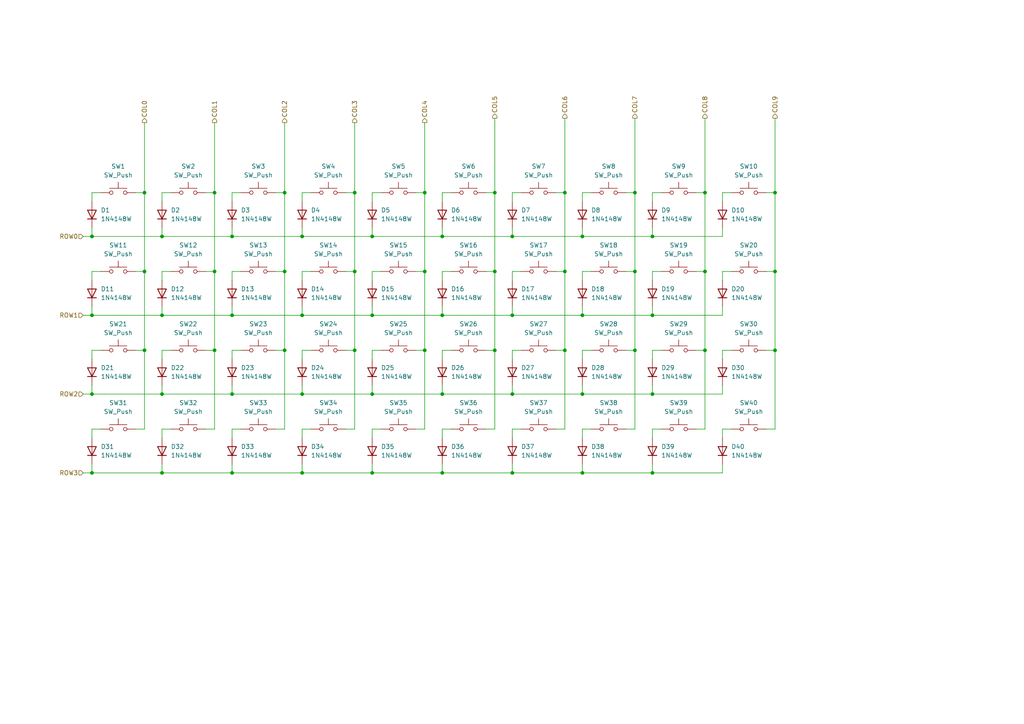
<source format=kicad_sch>
(kicad_sch (version 20250114) (generator "eeschema") (generator_version "9.0")
  (paper "A4")
  (lib_symbols
    (symbol "Diode:1N4148W" (pin_numbers (hide yes)) (pin_names (hide yes))
      (property "Reference" "D" (at 0 2.54 0))
      (property "Value" "1N4148W" (at 0 -2.54 0))
      (symbol "1N4148W_0_1"
        (polyline (pts (xy -1.27 1.27) (xy -1.27 -1.27)) (stroke (width 0.254)))
        (polyline (pts (xy 1.27 1.27) (xy 1.27 -1.27) (xy -1.27 0) (xy 1.27 1.27)) (stroke (width 0.254)))
        (polyline (pts (xy 1.27 0) (xy -1.27 0)))
      )
      (symbol "1N4148W_1_1"
        (pin passive line (at -3.81 0 0) (length 2.54) (name "K") (number "1"))
        (pin passive line (at 3.81 0 180) (length 2.54) (name "A") (number "2"))
      )
    )
    (symbol "Switch:SW_Push" (pin_numbers (hide yes)) (pin_names (offset 1.016) (hide yes))
      (property "Reference" "SW" (at 1.27 2.54 0))
      (property "Value" "SW_Push" (at 0 -1.524 0))
      (symbol "SW_Push_0_1"
        (circle (center -2.032 0) (radius 0.508))
        (polyline (pts (xy 0 1.27) (xy 0 3.048)))
        (circle (center 2.032 0) (radius 0.508))
        (polyline (pts (xy 2.54 1.27) (xy -2.54 1.27)))
        (pin passive line (at -5.08 0 0) (length 2.54) (name "1") (number "1"))
        (pin passive line (at 5.08 0 180) (length 2.54) (name "2") (number "2"))
      )
    )
  )
  (junction (at 189.23 91.44))
  (junction (at 168.91 91.44))
  (junction (at 148.59 137.16))
  (junction (at 163.83 101.6))
  (junction (at 67.31 137.16))
  (junction (at 143.51 101.6))
  (junction (at 168.91 68.58))
  (junction (at 46.99 91.44))
  (junction (at 148.59 68.58))
  (junction (at 148.59 91.44))
  (junction (at 168.91 114.3))
  (junction (at 41.91 55.88))
  (junction (at 62.23 55.88))
  (junction (at 184.15 101.6))
  (junction (at 102.87 101.6))
  (junction (at 128.27 137.16))
  (junction (at 46.99 68.58))
  (junction (at 67.31 91.44))
  (junction (at 87.63 137.16))
  (junction (at 184.15 78.74))
  (junction (at 168.91 137.16))
  (junction (at 204.47 55.88))
  (junction (at 123.19 101.6))
  (junction (at 62.23 101.6))
  (junction (at 143.51 78.74))
  (junction (at 189.23 68.58))
  (junction (at 26.67 137.16))
  (junction (at 82.55 55.88))
  (junction (at 67.31 114.3))
  (junction (at 148.59 114.3))
  (junction (at 46.99 114.3))
  (junction (at 189.23 114.3))
  (junction (at 128.27 68.58))
  (junction (at 189.23 137.16))
  (junction (at 143.51 55.88))
  (junction (at 62.23 78.74))
  (junction (at 107.95 114.3))
  (junction (at 102.87 78.74))
  (junction (at 128.27 91.44))
  (junction (at 123.19 78.74))
  (junction (at 41.91 101.6))
  (junction (at 41.91 78.74))
  (junction (at 87.63 114.3))
  (junction (at 107.95 91.44))
  (junction (at 102.87 55.88))
  (junction (at 163.83 55.88))
  (junction (at 107.95 137.16))
  (junction (at 26.67 114.3))
  (junction (at 82.55 78.74))
  (junction (at 26.67 91.44))
  (junction (at 224.79 101.6))
  (junction (at 26.67 68.58))
  (junction (at 123.19 55.88))
  (junction (at 224.79 78.74))
  (junction (at 224.79 55.88))
  (junction (at 87.63 91.44))
  (junction (at 204.47 78.74))
  (junction (at 87.63 68.58))
  (junction (at 163.83 78.74))
  (junction (at 67.31 68.58))
  (junction (at 82.55 101.6))
  (junction (at 107.95 68.58))
  (junction (at 204.47 101.6))
  (junction (at 46.99 137.16))
  (junction (at 128.27 114.3))
  (junction (at 184.15 55.88))
  (wire (pts (xy 128.27 137.16) (xy 148.59 137.16)))
  (wire (pts (xy 107.95 55.88) (xy 107.95 58.42)))
  (wire (pts (xy 191.77 78.74) (xy 189.23 78.74)))
  (wire (pts (xy 82.55 101.6) (xy 82.55 78.74)))
  (wire (pts (xy 189.23 68.58) (xy 209.55 68.58)))
  (wire (pts (xy 39.37 55.88) (xy 41.91 55.88)))
  (wire (pts (xy 82.55 35.56) (xy 82.55 55.88)))
  (wire (pts (xy 161.29 55.88) (xy 163.83 55.88)))
  (wire (pts (xy 49.53 101.6) (xy 46.99 101.6)))
  (wire (pts (xy 87.63 91.44) (xy 107.95 91.44)))
  (wire (pts (xy 212.09 78.74) (xy 209.55 78.74)))
  (wire (pts (xy 26.67 55.88) (xy 26.67 58.42)))
  (wire (pts (xy 110.49 78.74) (xy 107.95 78.74)))
  (wire (pts (xy 46.99 101.6) (xy 46.99 104.14)))
  (wire (pts (xy 130.81 101.6) (xy 128.27 101.6)))
  (wire (pts (xy 67.31 78.74) (xy 67.31 81.28)))
  (wire (pts (xy 123.19 78.74) (xy 123.19 55.88)))
  (wire (pts (xy 67.31 91.44) (xy 87.63 91.44)))
  (wire (pts (xy 46.99 78.74) (xy 46.99 81.28)))
  (wire (pts (xy 168.91 55.88) (xy 168.91 58.42)))
  (wire (pts (xy 67.31 114.3) (xy 87.63 114.3)))
  (wire (pts (xy 41.91 78.74) (xy 41.91 101.6)))
  (wire (pts (xy 107.95 91.44) (xy 128.27 91.44)))
  (wire (pts (xy 90.17 78.74) (xy 87.63 78.74)))
  (wire (pts (xy 107.95 91.44) (xy 107.95 88.9)))
  (wire (pts (xy 26.67 111.76) (xy 26.67 114.3)))
  (wire (pts (xy 49.53 78.74) (xy 46.99 78.74)))
  (wire (pts (xy 87.63 137.16) (xy 107.95 137.16)))
  (wire (pts (xy 100.33 78.74) (xy 102.87 78.74)))
  (wire (pts (xy 107.95 78.74) (xy 107.95 81.28)))
  (wire (pts (xy 140.97 101.6) (xy 143.51 101.6)))
  (wire (pts (xy 181.61 101.6) (xy 184.15 101.6)))
  (wire (pts (xy 181.61 124.46) (xy 184.15 124.46)))
  (wire (pts (xy 90.17 124.46) (xy 87.63 124.46)))
  (wire (pts (xy 46.99 68.58) (xy 67.31 68.58)))
  (wire (pts (xy 130.81 55.88) (xy 128.27 55.88)))
  (wire (pts (xy 29.21 55.88) (xy 26.67 55.88)))
  (wire (pts (xy 171.45 55.88) (xy 168.91 55.88)))
  (wire (pts (xy 222.25 124.46) (xy 224.79 124.46)))
  (wire (pts (xy 26.67 134.62) (xy 26.67 137.16)))
  (wire (pts (xy 143.51 55.88) (xy 143.51 78.74)))
  (wire (pts (xy 80.01 101.6) (xy 82.55 101.6)))
  (wire (pts (xy 67.31 124.46) (xy 67.31 127)))
  (wire (pts (xy 110.49 55.88) (xy 107.95 55.88)))
  (wire (pts (xy 46.99 91.44) (xy 46.99 88.9)))
  (wire (pts (xy 128.27 124.46) (xy 128.27 127)))
  (wire (pts (xy 148.59 137.16) (xy 148.59 134.62)))
  (wire (pts (xy 26.67 88.9) (xy 26.67 91.44)))
  (wire (pts (xy 87.63 101.6) (xy 87.63 104.14)))
  (wire (pts (xy 87.63 78.74) (xy 87.63 81.28)))
  (wire (pts (xy 102.87 124.46) (xy 102.87 101.6)))
  (wire (pts (xy 102.87 78.74) (xy 102.87 55.88)))
  (wire (pts (xy 189.23 124.46) (xy 189.23 127)))
  (wire (pts (xy 191.77 101.6) (xy 189.23 101.6)))
  (wire (pts (xy 212.09 101.6) (xy 209.55 101.6)))
  (wire (pts (xy 168.91 114.3) (xy 189.23 114.3)))
  (wire (pts (xy 67.31 137.16) (xy 67.31 134.62)))
  (wire (pts (xy 168.91 91.44) (xy 168.91 88.9)))
  (wire (pts (xy 49.53 124.46) (xy 46.99 124.46)))
  (wire (pts (xy 201.93 101.6) (xy 204.47 101.6)))
  (wire (pts (xy 163.83 124.46) (xy 163.83 101.6)))
  (wire (pts (xy 209.55 124.46) (xy 209.55 127)))
  (wire (pts (xy 168.91 91.44) (xy 189.23 91.44)))
  (wire (pts (xy 87.63 114.3) (xy 107.95 114.3)))
  (wire (pts (xy 201.93 124.46) (xy 204.47 124.46)))
  (wire (pts (xy 143.51 124.46) (xy 143.51 101.6)))
  (wire (pts (xy 39.37 78.74) (xy 41.91 78.74)))
  (wire (pts (xy 46.99 114.3) (xy 46.99 111.76)))
  (wire (pts (xy 184.15 124.46) (xy 184.15 101.6)))
  (wire (pts (xy 189.23 91.44) (xy 189.23 88.9)))
  (wire (pts (xy 41.91 35.56) (xy 41.91 55.88)))
  (wire (pts (xy 46.99 137.16) (xy 46.99 134.62)))
  (wire (pts (xy 209.55 101.6) (xy 209.55 104.14)))
  (wire (pts (xy 46.99 114.3) (xy 67.31 114.3)))
  (wire (pts (xy 100.33 124.46) (xy 102.87 124.46)))
  (wire (pts (xy 120.65 124.46) (xy 123.19 124.46)))
  (wire (pts (xy 82.55 124.46) (xy 82.55 101.6)))
  (wire (pts (xy 189.23 55.88) (xy 189.23 58.42)))
  (wire (pts (xy 82.55 55.88) (xy 80.01 55.88)))
  (wire (pts (xy 120.65 78.74) (xy 123.19 78.74)))
  (wire (pts (xy 46.99 124.46) (xy 46.99 127)))
  (wire (pts (xy 128.27 91.44) (xy 148.59 91.44)))
  (wire (pts (xy 184.15 101.6) (xy 184.15 78.74)))
  (wire (pts (xy 189.23 91.44) (xy 209.55 91.44)))
  (wire (pts (xy 24.13 91.44) (xy 26.67 91.44)))
  (wire (pts (xy 168.91 124.46) (xy 168.91 127)))
  (wire (pts (xy 100.33 55.88) (xy 102.87 55.88)))
  (wire (pts (xy 46.99 137.16) (xy 67.31 137.16)))
  (wire (pts (xy 24.13 114.3) (xy 26.67 114.3)))
  (wire (pts (xy 148.59 101.6) (xy 148.59 104.14)))
  (wire (pts (xy 171.45 78.74) (xy 168.91 78.74)))
  (wire (pts (xy 168.91 78.74) (xy 168.91 81.28)))
  (wire (pts (xy 209.55 68.58) (xy 209.55 66.04)))
  (wire (pts (xy 128.27 101.6) (xy 128.27 104.14)))
  (wire (pts (xy 148.59 78.74) (xy 148.59 81.28)))
  (wire (pts (xy 87.63 91.44) (xy 87.63 88.9)))
  (wire (pts (xy 107.95 137.16) (xy 128.27 137.16)))
  (wire (pts (xy 29.21 78.74) (xy 26.67 78.74)))
  (wire (pts (xy 204.47 101.6) (xy 204.47 78.74)))
  (wire (pts (xy 140.97 78.74) (xy 143.51 78.74)))
  (wire (pts (xy 222.25 78.74) (xy 224.79 78.74)))
  (wire (pts (xy 204.47 78.74) (xy 204.47 55.88)))
  (wire (pts (xy 128.27 137.16) (xy 128.27 134.62)))
  (wire (pts (xy 107.95 101.6) (xy 107.95 104.14)))
  (wire (pts (xy 67.31 91.44) (xy 67.31 88.9)))
  (wire (pts (xy 201.93 78.74) (xy 204.47 78.74)))
  (wire (pts (xy 201.93 55.88) (xy 204.47 55.88)))
  (wire (pts (xy 204.47 34.29) (xy 204.47 55.88)))
  (wire (pts (xy 143.51 101.6) (xy 143.51 78.74)))
  (wire (pts (xy 41.91 55.88) (xy 41.91 78.74)))
  (wire (pts (xy 181.61 78.74) (xy 184.15 78.74)))
  (wire (pts (xy 26.67 124.46) (xy 26.67 127)))
  (wire (pts (xy 151.13 124.46) (xy 148.59 124.46)))
  (wire (pts (xy 87.63 114.3) (xy 87.63 111.76)))
  (wire (pts (xy 168.91 137.16) (xy 168.91 134.62)))
  (wire (pts (xy 102.87 35.56) (xy 102.87 55.88)))
  (wire (pts (xy 222.25 55.88) (xy 224.79 55.88)))
  (wire (pts (xy 189.23 114.3) (xy 189.23 111.76)))
  (wire (pts (xy 189.23 101.6) (xy 189.23 104.14)))
  (wire (pts (xy 110.49 124.46) (xy 107.95 124.46)))
  (wire (pts (xy 80.01 124.46) (xy 82.55 124.46)))
  (wire (pts (xy 24.13 137.16) (xy 26.67 137.16)))
  (wire (pts (xy 184.15 34.29) (xy 184.15 55.88)))
  (wire (pts (xy 163.83 78.74) (xy 163.83 55.88)))
  (wire (pts (xy 26.67 91.44) (xy 46.99 91.44)))
  (wire (pts (xy 189.23 137.16) (xy 189.23 134.62)))
  (wire (pts (xy 49.53 55.88) (xy 46.99 55.88)))
  (wire (pts (xy 69.85 55.88) (xy 67.31 55.88)))
  (wire (pts (xy 46.99 55.88) (xy 46.99 58.42)))
  (wire (pts (xy 29.21 101.6) (xy 26.67 101.6)))
  (wire (pts (xy 26.67 137.16) (xy 46.99 137.16)))
  (wire (pts (xy 191.77 55.88) (xy 189.23 55.88)))
  (wire (pts (xy 67.31 68.58) (xy 87.63 68.58)))
  (wire (pts (xy 161.29 78.74) (xy 163.83 78.74)))
  (wire (pts (xy 26.67 78.74) (xy 26.67 81.28)))
  (wire (pts (xy 26.67 66.04) (xy 26.67 68.58)))
  (wire (pts (xy 130.81 124.46) (xy 128.27 124.46)))
  (wire (pts (xy 168.91 114.3) (xy 168.91 111.76)))
  (wire (pts (xy 189.23 137.16) (xy 209.55 137.16)))
  (wire (pts (xy 123.19 35.56) (xy 123.19 55.88)))
  (wire (pts (xy 191.77 124.46) (xy 189.23 124.46)))
  (wire (pts (xy 62.23 35.56) (xy 62.23 55.88)))
  (wire (pts (xy 224.79 124.46) (xy 224.79 101.6)))
  (wire (pts (xy 163.83 34.29) (xy 163.83 55.88)))
  (wire (pts (xy 148.59 114.3) (xy 168.91 114.3)))
  (wire (pts (xy 130.81 78.74) (xy 128.27 78.74)))
  (wire (pts (xy 26.67 68.58) (xy 46.99 68.58)))
  (wire (pts (xy 59.69 124.46) (xy 62.23 124.46)))
  (wire (pts (xy 41.91 124.46) (xy 39.37 124.46)))
  (wire (pts (xy 224.79 78.74) (xy 224.79 55.88)))
  (wire (pts (xy 204.47 124.46) (xy 204.47 101.6)))
  (wire (pts (xy 140.97 55.88) (xy 143.51 55.88)))
  (wire (pts (xy 148.59 68.58) (xy 168.91 68.58)))
  (wire (pts (xy 107.95 137.16) (xy 107.95 134.62)))
  (wire (pts (xy 29.21 124.46) (xy 26.67 124.46)))
  (wire (pts (xy 151.13 55.88) (xy 148.59 55.88)))
  (wire (pts (xy 69.85 78.74) (xy 67.31 78.74)))
  (wire (pts (xy 128.27 55.88) (xy 128.27 58.42)))
  (wire (pts (xy 41.91 101.6) (xy 41.91 124.46)))
  (wire (pts (xy 46.99 91.44) (xy 67.31 91.44)))
  (wire (pts (xy 39.37 101.6) (xy 41.91 101.6)))
  (wire (pts (xy 128.27 68.58) (xy 128.27 66.04)))
  (wire (pts (xy 67.31 55.88) (xy 67.31 58.42)))
  (wire (pts (xy 189.23 68.58) (xy 189.23 66.04)))
  (wire (pts (xy 69.85 124.46) (xy 67.31 124.46)))
  (wire (pts (xy 24.13 68.58) (xy 26.67 68.58)))
  (wire (pts (xy 87.63 55.88) (xy 87.63 58.42)))
  (wire (pts (xy 212.09 124.46) (xy 209.55 124.46)))
  (wire (pts (xy 163.83 101.6) (xy 163.83 78.74)))
  (wire (pts (xy 181.61 55.88) (xy 184.15 55.88)))
  (wire (pts (xy 80.01 78.74) (xy 82.55 78.74)))
  (wire (pts (xy 171.45 101.6) (xy 168.91 101.6)))
  (wire (pts (xy 184.15 78.74) (xy 184.15 55.88)))
  (wire (pts (xy 59.69 78.74) (xy 62.23 78.74)))
  (wire (pts (xy 62.23 101.6) (xy 62.23 124.46)))
  (wire (pts (xy 90.17 101.6) (xy 87.63 101.6)))
  (wire (pts (xy 140.97 124.46) (xy 143.51 124.46)))
  (wire (pts (xy 224.79 34.29) (xy 224.79 55.88)))
  (wire (pts (xy 212.09 55.88) (xy 209.55 55.88)))
  (wire (pts (xy 100.33 101.6) (xy 102.87 101.6)))
  (wire (pts (xy 209.55 55.88) (xy 209.55 58.42)))
  (wire (pts (xy 168.91 137.16) (xy 189.23 137.16)))
  (wire (pts (xy 62.23 78.74) (xy 62.23 101.6)))
  (wire (pts (xy 120.65 101.6) (xy 123.19 101.6)))
  (wire (pts (xy 59.69 101.6) (xy 62.23 101.6)))
  (wire (pts (xy 128.27 68.58) (xy 148.59 68.58)))
  (wire (pts (xy 128.27 78.74) (xy 128.27 81.28)))
  (wire (pts (xy 87.63 68.58) (xy 87.63 66.04)))
  (wire (pts (xy 148.59 137.16) (xy 168.91 137.16)))
  (wire (pts (xy 209.55 91.44) (xy 209.55 88.9)))
  (wire (pts (xy 67.31 68.58) (xy 67.31 66.04)))
  (wire (pts (xy 148.59 91.44) (xy 148.59 88.9)))
  (wire (pts (xy 120.65 55.88) (xy 123.19 55.88)))
  (wire (pts (xy 67.31 101.6) (xy 67.31 104.14)))
  (wire (pts (xy 161.29 101.6) (xy 163.83 101.6)))
  (wire (pts (xy 110.49 101.6) (xy 107.95 101.6)))
  (wire (pts (xy 26.67 101.6) (xy 26.67 104.14)))
  (wire (pts (xy 143.51 34.29) (xy 143.51 55.88)))
  (wire (pts (xy 82.55 78.74) (xy 82.55 55.88)))
  (wire (pts (xy 128.27 114.3) (xy 148.59 114.3)))
  (wire (pts (xy 123.19 101.6) (xy 123.19 78.74)))
  (wire (pts (xy 168.91 68.58) (xy 189.23 68.58)))
  (wire (pts (xy 62.23 55.88) (xy 62.23 78.74)))
  (wire (pts (xy 209.55 114.3) (xy 209.55 111.76)))
  (wire (pts (xy 209.55 137.16) (xy 209.55 134.62)))
  (wire (pts (xy 107.95 68.58) (xy 107.95 66.04)))
  (wire (pts (xy 209.55 78.74) (xy 209.55 81.28)))
  (wire (pts (xy 128.27 114.3) (xy 128.27 111.76)))
  (wire (pts (xy 189.23 78.74) (xy 189.23 81.28)))
  (wire (pts (xy 148.59 91.44) (xy 168.91 91.44)))
  (wire (pts (xy 168.91 68.58) (xy 168.91 66.04)))
  (wire (pts (xy 148.59 114.3) (xy 148.59 111.76)))
  (wire (pts (xy 107.95 68.58) (xy 128.27 68.58)))
  (wire (pts (xy 107.95 114.3) (xy 128.27 114.3)))
  (wire (pts (xy 128.27 91.44) (xy 128.27 88.9)))
  (wire (pts (xy 90.17 55.88) (xy 87.63 55.88)))
  (wire (pts (xy 148.59 124.46) (xy 148.59 127)))
  (wire (pts (xy 46.99 68.58) (xy 46.99 66.04)))
  (wire (pts (xy 151.13 78.74) (xy 148.59 78.74)))
  (wire (pts (xy 67.31 114.3) (xy 67.31 111.76)))
  (wire (pts (xy 87.63 68.58) (xy 107.95 68.58)))
  (wire (pts (xy 26.67 114.3) (xy 46.99 114.3)))
  (wire (pts (xy 171.45 124.46) (xy 168.91 124.46)))
  (wire (pts (xy 168.91 101.6) (xy 168.91 104.14)))
  (wire (pts (xy 87.63 124.46) (xy 87.63 127)))
  (wire (pts (xy 123.19 101.6) (xy 123.19 124.46)))
  (wire (pts (xy 224.79 78.74) (xy 224.79 101.6)))
  (wire (pts (xy 148.59 55.88) (xy 148.59 58.42)))
  (wire (pts (xy 87.63 137.16) (xy 87.63 134.62)))
  (wire (pts (xy 59.69 55.88) (xy 62.23 55.88)))
  (wire (pts (xy 107.95 124.46) (xy 107.95 127)))
  (wire (pts (xy 69.85 101.6) (xy 67.31 101.6)))
  (wire (pts (xy 107.95 114.3) (xy 107.95 111.76)))
  (wire (pts (xy 151.13 101.6) (xy 148.59 101.6)))
  (wire (pts (xy 222.25 101.6) (xy 224.79 101.6)))
  (wire (pts (xy 161.29 124.46) (xy 163.83 124.46)))
  (wire (pts (xy 148.59 68.58) (xy 148.59 66.04)))
  (wire (pts (xy 189.23 114.3) (xy 209.55 114.3)))
  (wire (pts (xy 67.31 137.16) (xy 87.63 137.16)))
  (wire (pts (xy 102.87 101.6) (xy 102.87 78.74)))
  (hierarchical_label "COL9" (shape output) (at 224.79 34.29 90))
  (hierarchical_label "ROW3" (shape input) (at 24.13 137.16 180))
  (hierarchical_label "ROW2" (shape input) (at 24.13 114.3 180))
  (hierarchical_label "COL4" (shape output) (at 123.19 35.56 90))
  (hierarchical_label "COL2" (shape output) (at 82.55 35.56 90))
  (hierarchical_label "COL7" (shape output) (at 184.15 34.29 90))
  (hierarchical_label "COL1" (shape output) (at 62.23 35.56 90))
  (hierarchical_label "ROW0" (shape input) (at 24.13 68.58 180))
  (hierarchical_label "COL8" (shape output) (at 204.47 34.29 90))
  (hierarchical_label "COL6" (shape output) (at 163.83 34.29 90))
  (hierarchical_label "COL5" (shape output) (at 143.51 34.29 90))
  (hierarchical_label "COL3" (shape output) (at 102.87 35.56 90))
  (hierarchical_label "COL0" (shape output) (at 41.91 35.56 90))
  (hierarchical_label "ROW1" (shape input) (at 24.13 91.44 180))
  (symbol (lib_id "Switch:SW_Push") (at 34.29 101.6 0) (unit 1)
    (property "Reference" "SW21" (at 34.29 93.98 0))
    (property "Value" "SW_Push" (at 34.29 96.52 0))
    (property "Footprint" "my_keyswitch:SW_Hotswap_Kailh_Choc_V1V2_no_mp" (effects (hide yes)))
  )
  (symbol (lib_id "Switch:SW_Push") (at 95.25 55.88 0) (unit 1)
    (property "Reference" "SW4" (at 95.25 48.26 0))
    (property "Value" "SW_Push" (at 95.25 50.8 0))
    (property "Footprint" "my_keyswitch:SW_Hotswap_Kailh_Choc_V1V2_no_mp" (effects (hide yes)))
  )
  (symbol (lib_id "Diode:1N4148W") (at 67.31 107.95 90) (unit 1)
    (property "Reference" "D23" (at 69.85 106.68 90) (effects (justify right)))
    (property "Value" "1N4148W" (at 69.85 109.22 90) (effects (justify right)))
    (property "Footprint" "Diode_SMD:D_SOD-123" (effects (hide yes)))
    (property "Datasheet" "https://www.vishay.com/docs/85748/1n4148w.pdf" (effects (hide yes)))
    (property "Sim.Device" "D" (effects (hide yes)))
    (property "Sim.Pins" "1=K 2=A" (effects (hide yes)))
  )
  (symbol (lib_id "Switch:SW_Push") (at 176.53 124.46 0) (unit 1)
    (property "Reference" "SW38" (at 176.53 116.84 0))
    (property "Value" "SW_Push" (at 176.53 119.38 0))
    (property "Footprint" "my_keyswitch:SW_Hotswap_Kailh_Choc_V1V2_no_mp" (effects (hide yes)))
  )
  (symbol (lib_id "Switch:SW_Push") (at 54.61 124.46 0) (unit 1)
    (property "Reference" "SW32" (at 54.61 116.84 0))
    (property "Value" "SW_Push" (at 54.61 119.38 0))
    (property "Footprint" "my_keyswitch:SW_Hotswap_Kailh_Choc_V1V2_no_mp" (effects (hide yes)))
  )
  (symbol (lib_id "Switch:SW_Push") (at 176.53 101.6 0) (unit 1)
    (property "Reference" "SW28" (at 176.53 93.98 0))
    (property "Value" "SW_Push" (at 176.53 96.52 0))
    (property "Footprint" "my_keyswitch:SW_Hotswap_Kailh_Choc_V1V2_no_mp" (effects (hide yes)))
  )
  (symbol (lib_id "Switch:SW_Push") (at 156.21 101.6 0) (unit 1)
    (property "Reference" "SW27" (at 156.21 93.98 0))
    (property "Value" "SW_Push" (at 156.21 96.52 0))
    (property "Footprint" "my_keyswitch:SW_Hotswap_Kailh_Choc_V1V2_no_mp" (effects (hide yes)))
  )
  (symbol (lib_id "Switch:SW_Push") (at 176.53 78.74 0) (unit 1)
    (property "Reference" "SW18" (at 176.53 71.12 0))
    (property "Value" "SW_Push" (at 176.53 73.66 0))
    (property "Footprint" "my_keyswitch:SW_Hotswap_Kailh_Choc_V1V2_no_mp" (effects (hide yes)))
  )
  (symbol (lib_id "Diode:1N4148W") (at 46.99 85.09 90) (unit 1)
    (property "Reference" "D12" (at 49.53 83.82 90) (effects (justify right)))
    (property "Value" "1N4148W" (at 49.53 86.36 90) (effects (justify right)))
    (property "Footprint" "Diode_SMD:D_SOD-123" (effects (hide yes)))
    (property "Datasheet" "https://www.vishay.com/docs/85748/1n4148w.pdf" (effects (hide yes)))
    (property "Sim.Device" "D" (effects (hide yes)))
    (property "Sim.Pins" "1=K 2=A" (effects (hide yes)))
  )
  (symbol (lib_id "Switch:SW_Push") (at 74.93 55.88 0) (unit 1)
    (property "Reference" "SW3" (at 74.93 48.26 0))
    (property "Value" "SW_Push" (at 74.93 50.8 0))
    (property "Footprint" "my_keyswitch:SW_Hotswap_Kailh_Choc_V1V2_no_mp" (effects (hide yes)))
  )
  (symbol (lib_id "Diode:1N4148W") (at 189.23 62.23 90) (unit 1)
    (property "Reference" "D9" (at 191.77 60.96 90) (effects (justify right)))
    (property "Value" "1N4148W" (at 191.77 63.5 90) (effects (justify right)))
    (property "Footprint" "Diode_SMD:D_SOD-123" (effects (hide yes)))
    (property "Datasheet" "https://www.vishay.com/docs/85748/1n4148w.pdf" (effects (hide yes)))
    (property "Sim.Device" "D" (effects (hide yes)))
    (property "Sim.Pins" "1=K 2=A" (effects (hide yes)))
  )
  (symbol (lib_id "Diode:1N4148W") (at 87.63 85.09 90) (unit 1)
    (property "Reference" "D14" (at 90.17 83.82 90) (effects (justify right)))
    (property "Value" "1N4148W" (at 90.17 86.36 90) (effects (justify right)))
    (property "Footprint" "Diode_SMD:D_SOD-123" (effects (hide yes)))
    (property "Datasheet" "https://www.vishay.com/docs/85748/1n4148w.pdf" (effects (hide yes)))
    (property "Sim.Device" "D" (effects (hide yes)))
    (property "Sim.Pins" "1=K 2=A" (effects (hide yes)))
  )
  (symbol (lib_id "Switch:SW_Push") (at 156.21 124.46 0) (unit 1)
    (property "Reference" "SW37" (at 156.21 116.84 0))
    (property "Value" "SW_Push" (at 156.21 119.38 0))
    (property "Footprint" "my_keyswitch:SW_Hotswap_Kailh_Choc_V1V2_no_mp" (effects (hide yes)))
  )
  (symbol (lib_id "Diode:1N4148W") (at 168.91 107.95 90) (unit 1)
    (property "Reference" "D28" (at 171.45 106.68 90) (effects (justify right)))
    (property "Value" "1N4148W" (at 171.45 109.22 90) (effects (justify right)))
    (property "Footprint" "Diode_SMD:D_SOD-123" (effects (hide yes)))
    (property "Datasheet" "https://www.vishay.com/docs/85748/1n4148w.pdf" (effects (hide yes)))
    (property "Sim.Device" "D" (effects (hide yes)))
    (property "Sim.Pins" "1=K 2=A" (effects (hide yes)))
  )
  (symbol (lib_id "Switch:SW_Push") (at 74.93 124.46 0) (unit 1)
    (property "Reference" "SW33" (at 74.93 116.84 0))
    (property "Value" "SW_Push" (at 74.93 119.38 0))
    (property "Footprint" "my_keyswitch:SW_Hotswap_Kailh_Choc_V1V2_no_mp" (effects (hide yes)))
  )
  (symbol (lib_id "Diode:1N4148W") (at 128.27 85.09 90) (unit 1)
    (property "Reference" "D16" (at 130.81 83.82 90) (effects (justify right)))
    (property "Value" "1N4148W" (at 130.81 86.36 90) (effects (justify right)))
    (property "Footprint" "Diode_SMD:D_SOD-123" (effects (hide yes)))
    (property "Datasheet" "https://www.vishay.com/docs/85748/1n4148w.pdf" (effects (hide yes)))
    (property "Sim.Device" "D" (effects (hide yes)))
    (property "Sim.Pins" "1=K 2=A" (effects (hide yes)))
  )
  (symbol (lib_id "Switch:SW_Push") (at 34.29 124.46 0) (unit 1)
    (property "Reference" "SW31" (at 34.29 116.84 0))
    (property "Value" "SW_Push" (at 34.29 119.38 0))
    (property "Footprint" "my_keyswitch:SW_Hotswap_Kailh_Choc_V1V2_no_mp" (effects (hide yes)))
  )
  (symbol (lib_id "Diode:1N4148W") (at 26.67 107.95 90) (unit 1)
    (property "Reference" "D21" (at 29.21 106.68 90) (effects (justify right)))
    (property "Value" "1N4148W" (at 29.21 109.22 90) (effects (justify right)))
    (property "Footprint" "Diode_SMD:D_SOD-123" (effects (hide yes)))
    (property "Datasheet" "https://www.vishay.com/docs/85748/1n4148w.pdf" (effects (hide yes)))
    (property "Sim.Device" "D" (effects (hide yes)))
    (property "Sim.Pins" "1=K 2=A" (effects (hide yes)))
  )
  (symbol (lib_id "Switch:SW_Push") (at 54.61 101.6 0) (unit 1)
    (property "Reference" "SW22" (at 54.61 93.98 0))
    (property "Value" "SW_Push" (at 54.61 96.52 0))
    (property "Footprint" "my_keyswitch:SW_Hotswap_Kailh_Choc_V1V2_no_mp" (effects (hide yes)))
  )
  (symbol (lib_id "Switch:SW_Push") (at 95.25 124.46 0) (unit 1)
    (property "Reference" "SW34" (at 95.25 116.84 0))
    (property "Value" "SW_Push" (at 95.25 119.38 0))
    (property "Footprint" "my_keyswitch:SW_Hotswap_Kailh_Choc_V1V2_no_mp" (effects (hide yes)))
  )
  (symbol (lib_id "Switch:SW_Push") (at 156.21 55.88 0) (unit 1)
    (property "Reference" "SW7" (at 156.21 48.26 0))
    (property "Value" "SW_Push" (at 156.21 50.8 0))
    (property "Footprint" "my_keyswitch:SW_Hotswap_Kailh_Choc_V1V2_no_mp" (effects (hide yes)))
  )
  (symbol (lib_id "Switch:SW_Push") (at 54.61 55.88 0) (unit 1)
    (property "Reference" "SW2" (at 54.61 48.26 0))
    (property "Value" "SW_Push" (at 54.61 50.8 0))
    (property "Footprint" "my_keyswitch:SW_Hotswap_Kailh_Choc_V1V2_no_mp" (effects (hide yes)))
  )
  (symbol (lib_id "Diode:1N4148W") (at 148.59 62.23 90) (unit 1)
    (property "Reference" "D7" (at 151.13 60.96 90) (effects (justify right)))
    (property "Value" "1N4148W" (at 151.13 63.5 90) (effects (justify right)))
    (property "Footprint" "Diode_SMD:D_SOD-123" (effects (hide yes)))
    (property "Datasheet" "https://www.vishay.com/docs/85748/1n4148w.pdf" (effects (hide yes)))
    (property "Sim.Device" "D" (effects (hide yes)))
    (property "Sim.Pins" "1=K 2=A" (effects (hide yes)))
  )
  (symbol (lib_id "Diode:1N4148W") (at 107.95 62.23 90) (unit 1)
    (property "Reference" "D5" (at 110.49 60.96 90) (effects (justify right)))
    (property "Value" "1N4148W" (at 110.49 63.5 90) (effects (justify right)))
    (property "Footprint" "Diode_SMD:D_SOD-123" (effects (hide yes)))
    (property "Datasheet" "https://www.vishay.com/docs/85748/1n4148w.pdf" (effects (hide yes)))
    (property "Sim.Device" "D" (effects (hide yes)))
    (property "Sim.Pins" "1=K 2=A" (effects (hide yes)))
  )
  (symbol (lib_id "Switch:SW_Push") (at 74.93 78.74 0) (unit 1)
    (property "Reference" "SW13" (at 74.93 71.12 0))
    (property "Value" "SW_Push" (at 74.93 73.66 0))
    (property "Footprint" "my_keyswitch:SW_Hotswap_Kailh_Choc_V1V2_no_mp" (effects (hide yes)))
  )
  (symbol (lib_id "Switch:SW_Push") (at 115.57 55.88 0) (unit 1)
    (property "Reference" "SW5" (at 115.57 48.26 0))
    (property "Value" "SW_Push" (at 115.57 50.8 0))
    (property "Footprint" "my_keyswitch:SW_Hotswap_Kailh_Choc_V1V2_no_mp" (effects (hide yes)))
  )
  (symbol (lib_id "Diode:1N4148W") (at 107.95 85.09 90) (unit 1)
    (property "Reference" "D15" (at 110.49 83.82 90) (effects (justify right)))
    (property "Value" "1N4148W" (at 110.49 86.36 90) (effects (justify right)))
    (property "Footprint" "Diode_SMD:D_SOD-123" (effects (hide yes)))
    (property "Datasheet" "https://www.vishay.com/docs/85748/1n4148w.pdf" (effects (hide yes)))
    (property "Sim.Device" "D" (effects (hide yes)))
    (property "Sim.Pins" "1=K 2=A" (effects (hide yes)))
  )
  (symbol (lib_id "Diode:1N4148W") (at 148.59 107.95 90) (unit 1)
    (property "Reference" "D27" (at 151.13 106.68 90) (effects (justify right)))
    (property "Value" "1N4148W" (at 151.13 109.22 90) (effects (justify right)))
    (property "Footprint" "Diode_SMD:D_SOD-123" (effects (hide yes)))
    (property "Datasheet" "https://www.vishay.com/docs/85748/1n4148w.pdf" (effects (hide yes)))
    (property "Sim.Device" "D" (effects (hide yes)))
    (property "Sim.Pins" "1=K 2=A" (effects (hide yes)))
  )
  (symbol (lib_id "Switch:SW_Push") (at 156.21 78.74 0) (unit 1)
    (property "Reference" "SW17" (at 156.21 71.12 0))
    (property "Value" "SW_Push" (at 156.21 73.66 0))
    (property "Footprint" "my_keyswitch:SW_Hotswap_Kailh_Choc_V1V2_no_mp" (effects (hide yes)))
  )
  (symbol (lib_id "Diode:1N4148W") (at 189.23 107.95 90) (unit 1)
    (property "Reference" "D29" (at 191.77 106.68 90) (effects (justify right)))
    (property "Value" "1N4148W" (at 191.77 109.22 90) (effects (justify right)))
    (property "Footprint" "Diode_SMD:D_SOD-123" (effects (hide yes)))
    (property "Datasheet" "https://www.vishay.com/docs/85748/1n4148w.pdf" (effects (hide yes)))
    (property "Sim.Device" "D" (effects (hide yes)))
    (property "Sim.Pins" "1=K 2=A" (effects (hide yes)))
  )
  (symbol (lib_id "Switch:SW_Push") (at 217.17 124.46 0) (unit 1)
    (property "Reference" "SW40" (at 217.17 116.84 0))
    (property "Value" "SW_Push" (at 217.17 119.38 0))
    (property "Footprint" "my_keyswitch:SW_Hotswap_Kailh_Choc_V1V2_no_mp" (effects (hide yes)))
  )
  (symbol (lib_id "Switch:SW_Push") (at 217.17 55.88 0) (unit 1)
    (property "Reference" "SW10" (at 217.17 48.26 0))
    (property "Value" "SW_Push" (at 217.17 50.8 0))
    (property "Footprint" "my_keyswitch:SW_Hotswap_Kailh_Choc_V1V2_no_mp" (effects (hide yes)))
  )
  (symbol (lib_id "Diode:1N4148W") (at 168.91 62.23 90) (unit 1)
    (property "Reference" "D8" (at 171.45 60.96 90) (effects (justify right)))
    (property "Value" "1N4148W" (at 171.45 63.5 90) (effects (justify right)))
    (property "Footprint" "Diode_SMD:D_SOD-123" (effects (hide yes)))
    (property "Datasheet" "https://www.vishay.com/docs/85748/1n4148w.pdf" (effects (hide yes)))
    (property "Sim.Device" "D" (effects (hide yes)))
    (property "Sim.Pins" "1=K 2=A" (effects (hide yes)))
  )
  (symbol (lib_id "Diode:1N4148W") (at 26.67 85.09 90) (unit 1)
    (property "Reference" "D11" (at 29.21 83.82 90) (effects (justify right)))
    (property "Value" "1N4148W" (at 29.21 86.36 90) (effects (justify right)))
    (property "Footprint" "Diode_SMD:D_SOD-123" (effects (hide yes)))
    (property "Datasheet" "https://www.vishay.com/docs/85748/1n4148w.pdf" (effects (hide yes)))
    (property "Sim.Device" "D" (effects (hide yes)))
    (property "Sim.Pins" "1=K 2=A" (effects (hide yes)))
  )
  (symbol (lib_id "Diode:1N4148W") (at 67.31 62.23 90) (unit 1)
    (property "Reference" "D3" (at 69.85 60.96 90) (effects (justify right)))
    (property "Value" "1N4148W" (at 69.85 63.5 90) (effects (justify right)))
    (property "Footprint" "Diode_SMD:D_SOD-123" (effects (hide yes)))
    (property "Datasheet" "https://www.vishay.com/docs/85748/1n4148w.pdf" (effects (hide yes)))
    (property "Sim.Device" "D" (effects (hide yes)))
    (property "Sim.Pins" "1=K 2=A" (effects (hide yes)))
  )
  (symbol (lib_id "Switch:SW_Push") (at 196.85 55.88 0) (unit 1)
    (property "Reference" "SW9" (at 196.85 48.26 0))
    (property "Value" "SW_Push" (at 196.85 50.8 0))
    (property "Footprint" "my_keyswitch:SW_Hotswap_Kailh_Choc_V1V2_no_mp" (effects (hide yes)))
  )
  (symbol (lib_id "Switch:SW_Push") (at 135.89 124.46 0) (unit 1)
    (property "Reference" "SW36" (at 135.89 116.84 0))
    (property "Value" "SW_Push" (at 135.89 119.38 0))
    (property "Footprint" "my_keyswitch:SW_Hotswap_Kailh_Choc_V1V2_no_mp" (effects (hide yes)))
  )
  (symbol (lib_id "Switch:SW_Push") (at 176.53 55.88 0) (unit 1)
    (property "Reference" "SW8" (at 176.53 48.26 0))
    (property "Value" "SW_Push" (at 176.53 50.8 0))
    (property "Footprint" "my_keyswitch:SW_Hotswap_Kailh_Choc_V1V2_no_mp" (effects (hide yes)))
  )
  (symbol (lib_id "Diode:1N4148W") (at 46.99 130.81 90) (unit 1)
    (property "Reference" "D32" (at 49.53 129.54 90) (effects (justify right)))
    (property "Value" "1N4148W" (at 49.53 132.08 90) (effects (justify right)))
    (property "Footprint" "Diode_SMD:D_SOD-123" (effects (hide yes)))
    (property "Datasheet" "https://www.vishay.com/docs/85748/1n4148w.pdf" (effects (hide yes)))
    (property "Sim.Device" "D" (effects (hide yes)))
    (property "Sim.Pins" "1=K 2=A" (effects (hide yes)))
  )
  (symbol (lib_id "Diode:1N4148W") (at 128.27 130.81 90) (unit 1)
    (property "Reference" "D36" (at 130.81 129.54 90) (effects (justify right)))
    (property "Value" "1N4148W" (at 130.81 132.08 90) (effects (justify right)))
    (property "Footprint" "Diode_SMD:D_SOD-123" (effects (hide yes)))
    (property "Datasheet" "https://www.vishay.com/docs/85748/1n4148w.pdf" (effects (hide yes)))
    (property "Sim.Device" "D" (effects (hide yes)))
    (property "Sim.Pins" "1=K 2=A" (effects (hide yes)))
  )
  (symbol (lib_id "Switch:SW_Push") (at 34.29 55.88 0) (unit 1)
    (property "Reference" "SW1" (at 34.29 48.26 0))
    (property "Value" "SW_Push" (at 34.29 50.8 0))
    (property "Footprint" "my_keyswitch:SW_Hotswap_Kailh_Choc_V1V2_no_mp" (effects (hide yes)))
  )
  (symbol (lib_id "Diode:1N4148W") (at 209.55 130.81 90) (unit 1)
    (property "Reference" "D40" (at 212.09 129.54 90) (effects (justify right)))
    (property "Value" "1N4148W" (at 212.09 132.08 90) (effects (justify right)))
    (property "Footprint" "Diode_SMD:D_SOD-123" (effects (hide yes)))
    (property "Datasheet" "https://www.vishay.com/docs/85748/1n4148w.pdf" (effects (hide yes)))
    (property "Sim.Device" "D" (effects (hide yes)))
    (property "Sim.Pins" "1=K 2=A" (effects (hide yes)))
  )
  (symbol (lib_id "Switch:SW_Push") (at 196.85 78.74 0) (unit 1)
    (property "Reference" "SW19" (at 196.85 71.12 0))
    (property "Value" "SW_Push" (at 196.85 73.66 0))
    (property "Footprint" "my_keyswitch:SW_Hotswap_Kailh_Choc_V1V2_no_mp" (effects (hide yes)))
  )
  (symbol (lib_id "Diode:1N4148W") (at 128.27 62.23 90) (unit 1)
    (property "Reference" "D6" (at 130.81 60.96 90) (effects (justify right)))
    (property "Value" "1N4148W" (at 130.81 63.5 90) (effects (justify right)))
    (property "Footprint" "Diode_SMD:D_SOD-123" (effects (hide yes)))
    (property "Datasheet" "https://www.vishay.com/docs/85748/1n4148w.pdf" (effects (hide yes)))
    (property "Sim.Device" "D" (effects (hide yes)))
    (property "Sim.Pins" "1=K 2=A" (effects (hide yes)))
  )
  (symbol (lib_id "Switch:SW_Push") (at 115.57 124.46 0) (unit 1)
    (property "Reference" "SW35" (at 115.57 116.84 0))
    (property "Value" "SW_Push" (at 115.57 119.38 0))
    (property "Footprint" "my_keyswitch:SW_Hotswap_Kailh_Choc_V1V2_no_mp" (effects (hide yes)))
  )
  (symbol (lib_id "Diode:1N4148W") (at 67.31 85.09 90) (unit 1)
    (property "Reference" "D13" (at 69.85 83.82 90) (effects (justify right)))
    (property "Value" "1N4148W" (at 69.85 86.36 90) (effects (justify right)))
    (property "Footprint" "Diode_SMD:D_SOD-123" (effects (hide yes)))
    (property "Datasheet" "https://www.vishay.com/docs/85748/1n4148w.pdf" (effects (hide yes)))
    (property "Sim.Device" "D" (effects (hide yes)))
    (property "Sim.Pins" "1=K 2=A" (effects (hide yes)))
  )
  (symbol (lib_id "Diode:1N4148W") (at 46.99 107.95 90) (unit 1)
    (property "Reference" "D22" (at 49.53 106.68 90) (effects (justify right)))
    (property "Value" "1N4148W" (at 49.53 109.22 90) (effects (justify right)))
    (property "Footprint" "Diode_SMD:D_SOD-123" (effects (hide yes)))
    (property "Datasheet" "https://www.vishay.com/docs/85748/1n4148w.pdf" (effects (hide yes)))
    (property "Sim.Device" "D" (effects (hide yes)))
    (property "Sim.Pins" "1=K 2=A" (effects (hide yes)))
  )
  (symbol (lib_id "Diode:1N4148W") (at 87.63 107.95 90) (unit 1)
    (property "Reference" "D24" (at 90.17 106.68 90) (effects (justify right)))
    (property "Value" "1N4148W" (at 90.17 109.22 90) (effects (justify right)))
    (property "Footprint" "Diode_SMD:D_SOD-123" (effects (hide yes)))
    (property "Datasheet" "https://www.vishay.com/docs/85748/1n4148w.pdf" (effects (hide yes)))
    (property "Sim.Device" "D" (effects (hide yes)))
    (property "Sim.Pins" "1=K 2=A" (effects (hide yes)))
  )
  (symbol (lib_id "Switch:SW_Push") (at 196.85 101.6 0) (unit 1)
    (property "Reference" "SW29" (at 196.85 93.98 0))
    (property "Value" "SW_Push" (at 196.85 96.52 0))
    (property "Footprint" "my_keyswitch:SW_Hotswap_Kailh_Choc_V1V2_no_mp" (effects (hide yes)))
  )
  (symbol (lib_id "Diode:1N4148W") (at 67.31 130.81 90) (unit 1)
    (property "Reference" "D33" (at 69.85 129.54 90) (effects (justify right)))
    (property "Value" "1N4148W" (at 69.85 132.08 90) (effects (justify right)))
    (property "Footprint" "Diode_SMD:D_SOD-123" (effects (hide yes)))
    (property "Datasheet" "https://www.vishay.com/docs/85748/1n4148w.pdf" (effects (hide yes)))
    (property "Sim.Device" "D" (effects (hide yes)))
    (property "Sim.Pins" "1=K 2=A" (effects (hide yes)))
  )
  (symbol (lib_id "Switch:SW_Push") (at 115.57 101.6 0) (unit 1)
    (property "Reference" "SW25" (at 115.57 93.98 0))
    (property "Value" "SW_Push" (at 115.57 96.52 0))
    (property "Footprint" "my_keyswitch:SW_Hotswap_Kailh_Choc_V1V2_no_mp" (effects (hide yes)))
  )
  (symbol (lib_id "Switch:SW_Push") (at 74.93 101.6 0) (unit 1)
    (property "Reference" "SW23" (at 74.93 93.98 0))
    (property "Value" "SW_Push" (at 74.93 96.52 0))
    (property "Footprint" "my_keyswitch:SW_Hotswap_Kailh_Choc_V1V2_no_mp" (effects (hide yes)))
  )
  (symbol (lib_id "Switch:SW_Push") (at 115.57 78.74 0) (unit 1)
    (property "Reference" "SW15" (at 115.57 71.12 0))
    (property "Value" "SW_Push" (at 115.57 73.66 0))
    (property "Footprint" "my_keyswitch:SW_Hotswap_Kailh_Choc_V1V2_no_mp" (effects (hide yes)))
  )
  (symbol (lib_id "Switch:SW_Push") (at 135.89 101.6 0) (unit 1)
    (property "Reference" "SW26" (at 135.89 93.98 0))
    (property "Value" "SW_Push" (at 135.89 96.52 0))
    (property "Footprint" "my_keyswitch:SW_Hotswap_Kailh_Choc_V1V2_no_mp" (effects (hide yes)))
  )
  (symbol (lib_id "Switch:SW_Push") (at 135.89 55.88 0) (unit 1)
    (property "Reference" "SW6" (at 135.89 48.26 0))
    (property "Value" "SW_Push" (at 135.89 50.8 0))
    (property "Footprint" "my_keyswitch:SW_Hotswap_Kailh_Choc_V1V2_no_mp" (effects (hide yes)))
  )
  (symbol (lib_id "Diode:1N4148W") (at 46.99 62.23 90) (unit 1)
    (property "Reference" "D2" (at 49.53 60.96 90) (effects (justify right)))
    (property "Value" "1N4148W" (at 49.53 63.5 90) (effects (justify right)))
    (property "Footprint" "Diode_SMD:D_SOD-123" (effects (hide yes)))
    (property "Datasheet" "https://www.vishay.com/docs/85748/1n4148w.pdf" (effects (hide yes)))
    (property "Sim.Device" "D" (effects (hide yes)))
    (property "Sim.Pins" "1=K 2=A" (effects (hide yes)))
  )
  (symbol (lib_id "Diode:1N4148W") (at 87.63 130.81 90) (unit 1)
    (property "Reference" "D34" (at 90.17 129.54 90) (effects (justify right)))
    (property "Value" "1N4148W" (at 90.17 132.08 90) (effects (justify right)))
    (property "Footprint" "Diode_SMD:D_SOD-123" (effects (hide yes)))
    (property "Datasheet" "https://www.vishay.com/docs/85748/1n4148w.pdf" (effects (hide yes)))
    (property "Sim.Device" "D" (effects (hide yes)))
    (property "Sim.Pins" "1=K 2=A" (effects (hide yes)))
  )
  (symbol (lib_id "Diode:1N4148W") (at 87.63 62.23 90) (unit 1)
    (property "Reference" "D4" (at 90.17 60.96 90) (effects (justify right)))
    (property "Value" "1N4148W" (at 90.17 63.5 90) (effects (justify right)))
    (property "Footprint" "Diode_SMD:D_SOD-123" (effects (hide yes)))
    (property "Datasheet" "https://www.vishay.com/docs/85748/1n4148w.pdf" (effects (hide yes)))
    (property "Sim.Device" "D" (effects (hide yes)))
    (property "Sim.Pins" "1=K 2=A" (effects (hide yes)))
  )
  (symbol (lib_id "Switch:SW_Push") (at 217.17 78.74 0) (unit 1)
    (property "Reference" "SW20" (at 217.17 71.12 0))
    (property "Value" "SW_Push" (at 217.17 73.66 0))
    (property "Footprint" "my_keyswitch:SW_Hotswap_Kailh_Choc_V1V2_no_mp" (effects (hide yes)))
  )
  (symbol (lib_id "Switch:SW_Push") (at 217.17 101.6 0) (unit 1)
    (property "Reference" "SW30" (at 217.17 93.98 0))
    (property "Value" "SW_Push" (at 217.17 96.52 0))
    (property "Footprint" "my_keyswitch:SW_Hotswap_Kailh_Choc_V1V2_no_mp" (effects (hide yes)))
  )
  (symbol (lib_id "Switch:SW_Push") (at 135.89 78.74 0) (unit 1)
    (property "Reference" "SW16" (at 135.89 71.12 0))
    (property "Value" "SW_Push" (at 135.89 73.66 0))
    (property "Footprint" "my_keyswitch:SW_Hotswap_Kailh_Choc_V1V2_no_mp" (effects (hide yes)))
  )
  (symbol (lib_id "Diode:1N4148W") (at 107.95 130.81 90) (unit 1)
    (property "Reference" "D35" (at 110.49 129.54 90) (effects (justify right)))
    (property "Value" "1N4148W" (at 110.49 132.08 90) (effects (justify right)))
    (property "Footprint" "Diode_SMD:D_SOD-123" (effects (hide yes)))
    (property "Datasheet" "https://www.vishay.com/docs/85748/1n4148w.pdf" (effects (hide yes)))
    (property "Sim.Device" "D" (effects (hide yes)))
    (property "Sim.Pins" "1=K 2=A" (effects (hide yes)))
  )
  (symbol (lib_id "Diode:1N4148W") (at 107.95 107.95 90) (unit 1)
    (property "Reference" "D25" (at 110.49 106.68 90) (effects (justify right)))
    (property "Value" "1N4148W" (at 110.49 109.22 90) (effects (justify right)))
    (property "Footprint" "Diode_SMD:D_SOD-123" (effects (hide yes)))
    (property "Datasheet" "https://www.vishay.com/docs/85748/1n4148w.pdf" (effects (hide yes)))
    (property "Sim.Device" "D" (effects (hide yes)))
    (property "Sim.Pins" "1=K 2=A" (effects (hide yes)))
  )
  (symbol (lib_id "Diode:1N4148W") (at 209.55 85.09 90) (unit 1)
    (property "Reference" "D20" (at 212.09 83.82 90) (effects (justify right)))
    (property "Value" "1N4148W" (at 212.09 86.36 90) (effects (justify right)))
    (property "Footprint" "Diode_SMD:D_SOD-123" (effects (hide yes)))
    (property "Datasheet" "https://www.vishay.com/docs/85748/1n4148w.pdf" (effects (hide yes)))
    (property "Sim.Device" "D" (effects (hide yes)))
    (property "Sim.Pins" "1=K 2=A" (effects (hide yes)))
  )
  (symbol (lib_id "Diode:1N4148W") (at 148.59 130.81 90) (unit 1)
    (property "Reference" "D37" (at 151.13 129.54 90) (effects (justify right)))
    (property "Value" "1N4148W" (at 151.13 132.08 90) (effects (justify right)))
    (property "Footprint" "Diode_SMD:D_SOD-123" (effects (hide yes)))
    (property "Datasheet" "https://www.vishay.com/docs/85748/1n4148w.pdf" (effects (hide yes)))
    (property "Sim.Device" "D" (effects (hide yes)))
    (property "Sim.Pins" "1=K 2=A" (effects (hide yes)))
  )
  (symbol (lib_id "Diode:1N4148W") (at 168.91 85.09 90) (unit 1)
    (property "Reference" "D18" (at 171.45 83.82 90) (effects (justify right)))
    (property "Value" "1N4148W" (at 171.45 86.36 90) (effects (justify right)))
    (property "Footprint" "Diode_SMD:D_SOD-123" (effects (hide yes)))
    (property "Datasheet" "https://www.vishay.com/docs/85748/1n4148w.pdf" (effects (hide yes)))
    (property "Sim.Device" "D" (effects (hide yes)))
    (property "Sim.Pins" "1=K 2=A" (effects (hide yes)))
  )
  (symbol (lib_id "Diode:1N4148W") (at 189.23 130.81 90) (unit 1)
    (property "Reference" "D39" (at 191.77 129.54 90) (effects (justify right)))
    (property "Value" "1N4148W" (at 191.77 132.08 90) (effects (justify right)))
    (property "Footprint" "Diode_SMD:D_SOD-123" (effects (hide yes)))
    (property "Datasheet" "https://www.vishay.com/docs/85748/1n4148w.pdf" (effects (hide yes)))
    (property "Sim.Device" "D" (effects (hide yes)))
    (property "Sim.Pins" "1=K 2=A" (effects (hide yes)))
  )
  (symbol (lib_id "Diode:1N4148W") (at 128.27 107.95 90) (unit 1)
    (property "Reference" "D26" (at 130.81 106.68 90) (effects (justify right)))
    (property "Value" "1N4148W" (at 130.81 109.22 90) (effects (justify right)))
    (property "Footprint" "Diode_SMD:D_SOD-123" (effects (hide yes)))
    (property "Datasheet" "https://www.vishay.com/docs/85748/1n4148w.pdf" (effects (hide yes)))
    (property "Sim.Device" "D" (effects (hide yes)))
    (property "Sim.Pins" "1=K 2=A" (effects (hide yes)))
  )
  (symbol (lib_id "Diode:1N4148W") (at 209.55 62.23 90) (unit 1)
    (property "Reference" "D10" (at 212.09 60.96 90) (effects (justify right)))
    (property "Value" "1N4148W" (at 212.09 63.5 90) (effects (justify right)))
    (property "Footprint" "Diode_SMD:D_SOD-123" (effects (hide yes)))
    (property "Datasheet" "https://www.vishay.com/docs/85748/1n4148w.pdf" (effects (hide yes)))
    (property "Sim.Device" "D" (effects (hide yes)))
    (property "Sim.Pins" "1=K 2=A" (effects (hide yes)))
  )
  (symbol (lib_id "Switch:SW_Push") (at 95.25 101.6 0) (unit 1)
    (property "Reference" "SW24" (at 95.25 93.98 0))
    (property "Value" "SW_Push" (at 95.25 96.52 0))
    (property "Footprint" "my_keyswitch:SW_Hotswap_Kailh_Choc_V1V2_no_mp" (effects (hide yes)))
  )
  (symbol (lib_id "Switch:SW_Push") (at 196.85 124.46 0) (unit 1)
    (property "Reference" "SW39" (at 196.85 116.84 0))
    (property "Value" "SW_Push" (at 196.85 119.38 0))
    (property "Footprint" "my_keyswitch:SW_Hotswap_Kailh_Choc_V1V2_no_mp" (effects (hide yes)))
  )
  (symbol (lib_id "Diode:1N4148W") (at 189.23 85.09 90) (unit 1)
    (property "Reference" "D19" (at 191.77 83.82 90) (effects (justify right)))
    (property "Value" "1N4148W" (at 191.77 86.36 90) (effects (justify right)))
    (property "Footprint" "Diode_SMD:D_SOD-123" (effects (hide yes)))
    (property "Datasheet" "https://www.vishay.com/docs/85748/1n4148w.pdf" (effects (hide yes)))
    (property "Sim.Device" "D" (effects (hide yes)))
    (property "Sim.Pins" "1=K 2=A" (effects (hide yes)))
  )
  (symbol (lib_id "Switch:SW_Push") (at 34.29 78.74 0) (unit 1)
    (property "Reference" "SW11" (at 34.29 71.12 0))
    (property "Value" "SW_Push" (at 34.29 73.66 0))
    (property "Footprint" "my_keyswitch:SW_Hotswap_Kailh_Choc_V1V2_no_mp" (effects (hide yes)))
  )
  (symbol (lib_id "Diode:1N4148W") (at 26.67 130.81 90) (unit 1)
    (property "Reference" "D31" (at 29.21 129.54 90) (effects (justify right)))
    (property "Value" "1N4148W" (at 29.21 132.08 90) (effects (justify right)))
    (property "Footprint" "Diode_SMD:D_SOD-123" (effects (hide yes)))
    (property "Datasheet" "https://www.vishay.com/docs/85748/1n4148w.pdf" (effects (hide yes)))
    (property "Sim.Device" "D" (effects (hide yes)))
    (property "Sim.Pins" "1=K 2=A" (effects (hide yes)))
  )
  (symbol (lib_id "Switch:SW_Push") (at 54.61 78.74 0) (unit 1)
    (property "Reference" "SW12" (at 54.61 71.12 0))
    (property "Value" "SW_Push" (at 54.61 73.66 0))
    (property "Footprint" "my_keyswitch:SW_Hotswap_Kailh_Choc_V1V2_no_mp" (effects (hide yes)))
  )
  (symbol (lib_id "Switch:SW_Push") (at 95.25 78.74 0) (unit 1)
    (property "Reference" "SW14" (at 95.25 71.12 0))
    (property "Value" "SW_Push" (at 95.25 73.66 0))
    (property "Footprint" "my_keyswitch:SW_Hotswap_Kailh_Choc_V1V2_no_mp" (effects (hide yes)))
  )
  (symbol (lib_id "Diode:1N4148W") (at 26.67 62.23 90) (unit 1)
    (property "Reference" "D1" (at 29.21 60.96 90) (effects (justify right)))
    (property "Value" "1N4148W" (at 29.21 63.5 90) (effects (justify right)))
    (property "Footprint" "Diode_SMD:D_SOD-123" (effects (hide yes)))
    (property "Datasheet" "https://www.vishay.com/docs/85748/1n4148w.pdf" (effects (hide yes)))
    (property "Sim.Device" "D" (effects (hide yes)))
    (property "Sim.Pins" "1=K 2=A" (effects (hide yes)))
  )
  (symbol (lib_id "Diode:1N4148W") (at 148.59 85.09 90) (unit 1)
    (property "Reference" "D17" (at 151.13 83.82 90) (effects (justify right)))
    (property "Value" "1N4148W" (at 151.13 86.36 90) (effects (justify right)))
    (property "Footprint" "Diode_SMD:D_SOD-123" (effects (hide yes)))
    (property "Datasheet" "https://www.vishay.com/docs/85748/1n4148w.pdf" (effects (hide yes)))
    (property "Sim.Device" "D" (effects (hide yes)))
    (property "Sim.Pins" "1=K 2=A" (effects (hide yes)))
  )
  (symbol (lib_id "Diode:1N4148W") (at 209.55 107.95 90) (unit 1)
    (property "Reference" "D30" (at 212.09 106.68 90) (effects (justify right)))
    (property "Value" "1N4148W" (at 212.09 109.22 90) (effects (justify right)))
    (property "Footprint" "Diode_SMD:D_SOD-123" (effects (hide yes)))
    (property "Datasheet" "https://www.vishay.com/docs/85748/1n4148w.pdf" (effects (hide yes)))
    (property "Sim.Device" "D" (effects (hide yes)))
    (property "Sim.Pins" "1=K 2=A" (effects (hide yes)))
  )
  (symbol (lib_id "Diode:1N4148W") (at 168.91 130.81 90) (unit 1)
    (property "Reference" "D38" (at 171.45 129.54 90) (effects (justify right)))
    (property "Value" "1N4148W" (at 171.45 132.08 90) (effects (justify right)))
    (property "Footprint" "Diode_SMD:D_SOD-123" (effects (hide yes)))
    (property "Datasheet" "https://www.vishay.com/docs/85748/1n4148w.pdf" (effects (hide yes)))
    (property "Sim.Device" "D" (effects (hide yes)))
    (property "Sim.Pins" "1=K 2=A" (effects (hide yes)))
  )
)
</source>
